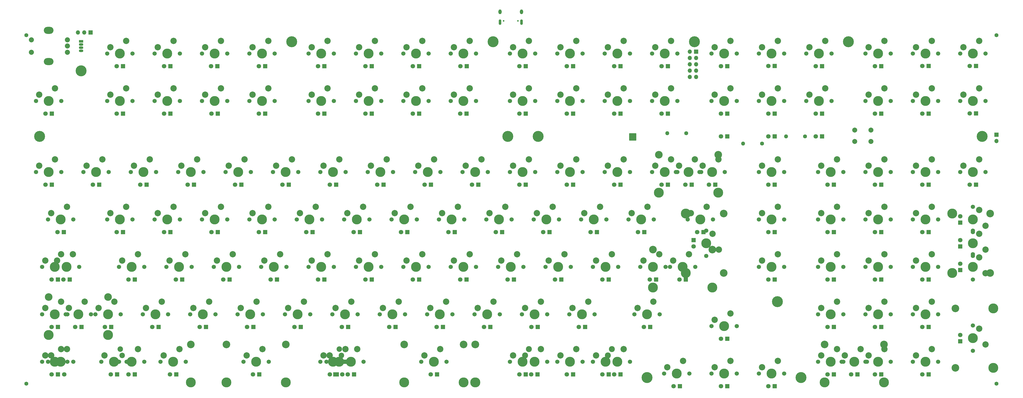
<source format=gbr>
G04 #@! TF.GenerationSoftware,KiCad,Pcbnew,(6.0.5)*
G04 #@! TF.CreationDate,2022-05-27T19:49:07-04:00*
G04 #@! TF.ProjectId,Boston-keyboard-V07J,426f7374-6f6e-42d6-9b65-79626f617264,rev?*
G04 #@! TF.SameCoordinates,Original*
G04 #@! TF.FileFunction,Soldermask,Top*
G04 #@! TF.FilePolarity,Negative*
%FSLAX46Y46*%
G04 Gerber Fmt 4.6, Leading zero omitted, Abs format (unit mm)*
G04 Created by KiCad (PCBNEW (6.0.5)) date 2022-05-27 19:49:07*
%MOMM*%
%LPD*%
G01*
G04 APERTURE LIST*
%ADD10R,1.800000X1.800000*%
%ADD11C,1.800000*%
%ADD12R,2.200000X1.800000*%
%ADD13C,4.400000*%
%ADD14C,1.600000*%
%ADD15O,1.600000X1.600000*%
%ADD16C,1.596000*%
%ADD17R,1.700000X1.700000*%
%ADD18O,1.700000X1.700000*%
%ADD19C,2.032000*%
%ADD20O,3.900000X2.799999*%
%ADD21R,1.800000X1.070000*%
%ADD22O,1.800000X1.070000*%
%ADD23C,3.987800*%
%ADD24C,1.701800*%
%ADD25C,2.540000*%
%ADD26C,3.048000*%
%ADD27C,2.400000*%
%ADD28C,2.200000*%
%ADD29C,0.650000*%
%ADD30O,1.300000X1.900000*%
%ADD31O,1.100000X2.200000*%
%ADD32C,2.000000*%
%ADD33O,5.000000X1.701800*%
%ADD34C,0.220000*%
G04 APERTURE END LIST*
D10*
X69657600Y-168280000D03*
D11*
X72197600Y-168280000D03*
D12*
X181420000Y-168280000D03*
D11*
X183960000Y-168280000D03*
D10*
X381595000Y-130180000D03*
D11*
X379055000Y-130180000D03*
D10*
X181570000Y-92080000D03*
D11*
X179030000Y-92080000D03*
D10*
X419695000Y-168280000D03*
D11*
X417155000Y-168280000D03*
D13*
X325556250Y-34675000D03*
D10*
X253007500Y-130180000D03*
D11*
X250467500Y-130180000D03*
D10*
X69657600Y-168280000D03*
D11*
X67117600Y-168280000D03*
D10*
X238720000Y-92080000D03*
D11*
X236180000Y-92080000D03*
D10*
X152995000Y-111130000D03*
D11*
X150455000Y-111130000D03*
D10*
X333970000Y-92080000D03*
D11*
X331430000Y-92080000D03*
D10*
X167282500Y-149230000D03*
D11*
X164742500Y-149230000D03*
D10*
X233957500Y-63505000D03*
D11*
X231417500Y-63505000D03*
D10*
X338732500Y-153992500D03*
D11*
X336192500Y-153992500D03*
D10*
X419695000Y-92080000D03*
D11*
X417155000Y-92080000D03*
D10*
X438745000Y-44429600D03*
D11*
X436205000Y-44429600D03*
D10*
X114895000Y-63505000D03*
D11*
X112355000Y-63505000D03*
D10*
X195857500Y-44455000D03*
D11*
X193317500Y-44455000D03*
D10*
X114895000Y-111130000D03*
D11*
X112355000Y-111130000D03*
D10*
X400645000Y-63530400D03*
D11*
X398105000Y-63530400D03*
D10*
X419695000Y-44429600D03*
D11*
X417155000Y-44429600D03*
D10*
X381595000Y-149230000D03*
D11*
X379055000Y-149230000D03*
D10*
X276820000Y-168280000D03*
D11*
X274280000Y-168280000D03*
D10*
X233995600Y-44455000D03*
D11*
X231455600Y-44455000D03*
D10*
X432395000Y-107320000D03*
D11*
X432395000Y-104780000D03*
D10*
X138707500Y-130180000D03*
D11*
X136167500Y-130180000D03*
D10*
X210145000Y-111130000D03*
D11*
X207605000Y-111130000D03*
D10*
X314915000Y-92062500D03*
D11*
X312375000Y-92062500D03*
D10*
X257770000Y-44455000D03*
D11*
X255230000Y-44455000D03*
D10*
X329207500Y-111130000D03*
D11*
X326667500Y-111130000D03*
D10*
X67270000Y-92080000D03*
D11*
X64730000Y-92080000D03*
D10*
X357782500Y-111130000D03*
D11*
X355242500Y-111130000D03*
D10*
X91082500Y-149230000D03*
D11*
X88542500Y-149230000D03*
D10*
X381595000Y-92080000D03*
D11*
X379055000Y-92080000D03*
D10*
X119657500Y-130180000D03*
D11*
X117117500Y-130180000D03*
D10*
X419695000Y-149230000D03*
D11*
X417155000Y-149230000D03*
D10*
X257770000Y-63505000D03*
D11*
X255230000Y-63505000D03*
D10*
X314920000Y-63500000D03*
D11*
X312380000Y-63500000D03*
D10*
X438745000Y-63479600D03*
D11*
X436205000Y-63479600D03*
D10*
X338732500Y-72712500D03*
D11*
X336192500Y-72712500D03*
D10*
X432395000Y-116845000D03*
D11*
X432395000Y-114305000D03*
D10*
X219670000Y-92080000D03*
D11*
X217130000Y-92080000D03*
D10*
X69651250Y-130180000D03*
D11*
X67111250Y-130180000D03*
D10*
X114895000Y-44455000D03*
D11*
X112355000Y-44455000D03*
D10*
X432395000Y-154945000D03*
D11*
X432395000Y-152405000D03*
D10*
X152995000Y-44455000D03*
D11*
X150455000Y-44455000D03*
D10*
X205382500Y-149230000D03*
D11*
X202842500Y-149230000D03*
D10*
X214907500Y-44455000D03*
D11*
X212367500Y-44455000D03*
D10*
X105370000Y-92080000D03*
D11*
X102830000Y-92080000D03*
D10*
X295870000Y-63505000D03*
D11*
X293330000Y-63505000D03*
D14*
X352700000Y-75600000D03*
D15*
X345080000Y-75600000D03*
D10*
X338745200Y-44455000D03*
D11*
X336205200Y-44455000D03*
D10*
X200620000Y-92080000D03*
D11*
X198080000Y-92080000D03*
D10*
X419695000Y-63530400D03*
D11*
X417155000Y-63530400D03*
D10*
X93463750Y-168280000D03*
D11*
X90923750Y-168280000D03*
D10*
X438745000Y-92080000D03*
D11*
X436205000Y-92080000D03*
D10*
X186332500Y-149230000D03*
D11*
X183792500Y-149230000D03*
D10*
X276820000Y-92080000D03*
D11*
X274280000Y-92080000D03*
D12*
X181570000Y-168280000D03*
D11*
X179030000Y-168280000D03*
D10*
X357782500Y-130180000D03*
D11*
X355242500Y-130180000D03*
D16*
X447000000Y-32000000D03*
D10*
X357782500Y-72712500D03*
D11*
X355242500Y-72712500D03*
D10*
X338732500Y-63500000D03*
D11*
X336192500Y-63500000D03*
D10*
X95845000Y-63505000D03*
D11*
X93305000Y-63505000D03*
D10*
X176807500Y-44455000D03*
D11*
X174267500Y-44455000D03*
D10*
X172045000Y-111130000D03*
D11*
X169505000Y-111130000D03*
D10*
X176807500Y-63505000D03*
D11*
X174267500Y-63505000D03*
D10*
X176807500Y-130180000D03*
D11*
X174267500Y-130180000D03*
D10*
X381595000Y-168280000D03*
D11*
X379055000Y-168280000D03*
D10*
X276820000Y-63505000D03*
D11*
X274280000Y-63505000D03*
D10*
X325238750Y-114305000D03*
D11*
X325238750Y-116845000D03*
D10*
X100594800Y-168305400D03*
D11*
X98054800Y-168305400D03*
D10*
X69651250Y-149230000D03*
D11*
X67111250Y-149230000D03*
D10*
X400645000Y-130180000D03*
D11*
X398105000Y-130180000D03*
D10*
X150609000Y-168262000D03*
D11*
X148069000Y-168262000D03*
D13*
X368418750Y-169531000D03*
D10*
X222060000Y-168265000D03*
D11*
X219520000Y-168265000D03*
D10*
X162520000Y-92080000D03*
D11*
X159980000Y-92080000D03*
D10*
X248245000Y-111130000D03*
D11*
X245705000Y-111130000D03*
D10*
X400645000Y-149230000D03*
D11*
X398105000Y-149230000D03*
D10*
X400645000Y-92080000D03*
D11*
X398105000Y-92080000D03*
D17*
X82825000Y-30950000D03*
D18*
X80285000Y-30950000D03*
X77745000Y-30950000D03*
D13*
X387468750Y-34675000D03*
D10*
X95845000Y-44455000D03*
D11*
X93305000Y-44455000D03*
D16*
X57000000Y-172000000D03*
D10*
X257770000Y-92080000D03*
D11*
X255230000Y-92080000D03*
D13*
X62300000Y-72712500D03*
D10*
X291094800Y-168280000D03*
D11*
X288554800Y-168280000D03*
D10*
X157757500Y-130180000D03*
D11*
X155217500Y-130180000D03*
D10*
X191095000Y-111130000D03*
D11*
X188555000Y-111130000D03*
D17*
X447000000Y-72000000D03*
D18*
X447000000Y-74540000D03*
D10*
X400645000Y-44480400D03*
D11*
X398105000Y-44480400D03*
D10*
X110132500Y-149230000D03*
D11*
X107592500Y-149230000D03*
D10*
X67270000Y-63530400D03*
D11*
X64730000Y-63530400D03*
D10*
X357800000Y-63500000D03*
D11*
X355260000Y-63500000D03*
D10*
X319682500Y-173042500D03*
D11*
X317142500Y-173042500D03*
D10*
X262519800Y-168254600D03*
D11*
X259979800Y-168254600D03*
D13*
X262700000Y-72712500D03*
D10*
X295870000Y-168280000D03*
D11*
X293330000Y-168280000D03*
D10*
X322063750Y-130180000D03*
D11*
X319523750Y-130180000D03*
D13*
X441174000Y-72712500D03*
D10*
X276820000Y-44455000D03*
D11*
X274280000Y-44455000D03*
D10*
X357782500Y-92080000D03*
D11*
X355242500Y-92080000D03*
D10*
X224432500Y-149230000D03*
D11*
X221892500Y-149230000D03*
D10*
X229195000Y-111130000D03*
D11*
X226655000Y-111130000D03*
D10*
X357782500Y-173042500D03*
D11*
X355242500Y-173042500D03*
D10*
X133818000Y-44455000D03*
D11*
X131278000Y-44455000D03*
D16*
X57000000Y-32000000D03*
D13*
X244593750Y-34675000D03*
D10*
X262532500Y-149230000D03*
D11*
X259992500Y-149230000D03*
D10*
X432395000Y-126370000D03*
D11*
X432395000Y-123830000D03*
D10*
X188707400Y-168280000D03*
D11*
X186167400Y-168280000D03*
D10*
X324445000Y-92080000D03*
D11*
X321905000Y-92080000D03*
D10*
X100607500Y-130180000D03*
D11*
X98067500Y-130180000D03*
D10*
X376832500Y-63500000D03*
D11*
X374292500Y-63500000D03*
D10*
X419695000Y-130180000D03*
D11*
X417155000Y-130180000D03*
D10*
X419695000Y-111130000D03*
D11*
X417155000Y-111130000D03*
D10*
X72032500Y-111130000D03*
D11*
X69492500Y-111130000D03*
D10*
X291107500Y-130180000D03*
D11*
X288567500Y-130180000D03*
D10*
X338732500Y-173042500D03*
D11*
X336192500Y-173042500D03*
D10*
X286345000Y-111130000D03*
D11*
X283805000Y-111130000D03*
D19*
X73500000Y-38875000D03*
X73500000Y-33875000D03*
X73500000Y-36375000D03*
D20*
X66000000Y-30125000D03*
X66000000Y-42625000D03*
D19*
X59000000Y-38875000D03*
X59000000Y-33875000D03*
D10*
X307776250Y-149230000D03*
D11*
X305236250Y-149230000D03*
D10*
X152995000Y-63505000D03*
D11*
X150455000Y-63505000D03*
D10*
X272057500Y-130180000D03*
D11*
X269517500Y-130180000D03*
D10*
X124420000Y-92080000D03*
D11*
X121880000Y-92080000D03*
D13*
X306506250Y-169530000D03*
D10*
X233957500Y-130180000D03*
D11*
X231417500Y-130180000D03*
D10*
X117282600Y-168280000D03*
D11*
X114742600Y-168280000D03*
D10*
X314920000Y-44455000D03*
D11*
X312380000Y-44455000D03*
D10*
X257770000Y-168280000D03*
D11*
X255230000Y-168280000D03*
D10*
X133945000Y-63505000D03*
D11*
X131405000Y-63505000D03*
D13*
X163631250Y-34675000D03*
D10*
X129182500Y-149230000D03*
D11*
X126642500Y-149230000D03*
D13*
X79000000Y-46375000D03*
D10*
X305395000Y-111130000D03*
D11*
X302855000Y-111130000D03*
D10*
X295870000Y-44455000D03*
D11*
X293330000Y-44455000D03*
D14*
X370000000Y-72700000D03*
D15*
X362380000Y-72700000D03*
D10*
X214907500Y-130180000D03*
D11*
X212367500Y-130180000D03*
D10*
X79176250Y-149230000D03*
D11*
X76636250Y-149230000D03*
D13*
X358894000Y-139100000D03*
D10*
X400645000Y-168280000D03*
D11*
X398105000Y-168280000D03*
D10*
X281582500Y-149230000D03*
D11*
X279042500Y-149230000D03*
D10*
X357782500Y-44429600D03*
D11*
X355242500Y-44429600D03*
D10*
X143470000Y-92080000D03*
D11*
X140930000Y-92080000D03*
D10*
X391120000Y-168280000D03*
D11*
X388580000Y-168280000D03*
D10*
X310157500Y-130180000D03*
D11*
X307617500Y-130180000D03*
D10*
X295870000Y-92080000D03*
D11*
X293330000Y-92080000D03*
D10*
X95845000Y-111130000D03*
D11*
X93305000Y-111130000D03*
D17*
X326250000Y-38675000D03*
D18*
X323710000Y-38675000D03*
X326250000Y-41215000D03*
X323710000Y-41215000D03*
X326250000Y-43755000D03*
X323710000Y-43755000D03*
X326250000Y-46295000D03*
X323710000Y-46295000D03*
X326250000Y-48835000D03*
X323710000Y-48835000D03*
D21*
X79000000Y-34470000D03*
D22*
X79000000Y-35740000D03*
X79000000Y-37010000D03*
X79000000Y-38280000D03*
D10*
X74413750Y-130180000D03*
D11*
X71873750Y-130180000D03*
D10*
X214907500Y-63505000D03*
D11*
X212367500Y-63505000D03*
D10*
X376832500Y-72712500D03*
D11*
X374292500Y-72712500D03*
D14*
X322220000Y-71400000D03*
D15*
X314600000Y-71400000D03*
D10*
X376832500Y-44480400D03*
D11*
X374292500Y-44480400D03*
D10*
X86320000Y-92080000D03*
D11*
X83780000Y-92080000D03*
D10*
X267295000Y-111130000D03*
D11*
X264755000Y-111130000D03*
D10*
X243482500Y-149230000D03*
D11*
X240942500Y-149230000D03*
D10*
X133945000Y-111130000D03*
D11*
X131405000Y-111130000D03*
D13*
X250500000Y-72712500D03*
D10*
X195857500Y-130180000D03*
D11*
X193317500Y-130180000D03*
D10*
X381595000Y-111130000D03*
D11*
X379055000Y-111130000D03*
D16*
X447000000Y-172000000D03*
D10*
X148232500Y-149230000D03*
D11*
X145692500Y-149230000D03*
D10*
X195857500Y-63505000D03*
D11*
X193317500Y-63505000D03*
D10*
X400645000Y-111130000D03*
D11*
X398105000Y-111130000D03*
D23*
X275550000Y-87000000D03*
D24*
X280630000Y-87000000D03*
X270470000Y-87000000D03*
D25*
X278090000Y-81920000D03*
X271740000Y-84460000D03*
D26*
X401788000Y-156215000D03*
D23*
X401788000Y-171455000D03*
D26*
X377912000Y-156215000D03*
D24*
X394930000Y-163200000D03*
X384770000Y-163200000D03*
D23*
X377912000Y-171455000D03*
X389850000Y-163200000D03*
D25*
X392390000Y-158120000D03*
X386040000Y-160660000D03*
D24*
X256817500Y-125100000D03*
D23*
X251737500Y-125100000D03*
D24*
X246657500Y-125100000D03*
D25*
X254277500Y-120020000D03*
X247927500Y-122560000D03*
D24*
X413345000Y-163200000D03*
X423505000Y-163200000D03*
D23*
X418425000Y-163200000D03*
D25*
X420965000Y-158120000D03*
X414615000Y-160660000D03*
D24*
X261580000Y-163200000D03*
D23*
X256500000Y-163200000D03*
D24*
X251420000Y-163200000D03*
D27*
X259040000Y-158120000D03*
D25*
X252690000Y-160660000D03*
D24*
X99655000Y-58425000D03*
X89495000Y-58425000D03*
D23*
X94575000Y-58425000D03*
D25*
X97115000Y-53345000D03*
X90765000Y-55885000D03*
D24*
X299045000Y-106050000D03*
X309205000Y-106050000D03*
D23*
X304125000Y-106050000D03*
D25*
X306665000Y-100970000D03*
X300315000Y-103510000D03*
D24*
X218717500Y-39375000D03*
D23*
X213637500Y-39375000D03*
D24*
X208557500Y-39375000D03*
D25*
X216177500Y-34295000D03*
X209827500Y-36835000D03*
D24*
X437475000Y-111130000D03*
D23*
X437475000Y-106050000D03*
D24*
X437475000Y-100970000D03*
D25*
X442555000Y-108590000D03*
X440015000Y-102240000D03*
D24*
X342542500Y-58425000D03*
X332382500Y-58425000D03*
D23*
X337462500Y-58425000D03*
D25*
X340002500Y-53345000D03*
X333652500Y-55885000D03*
D24*
X351432500Y-125100000D03*
D23*
X356512500Y-125100000D03*
D24*
X361592500Y-125100000D03*
D25*
X359052500Y-120020000D03*
X352702500Y-122560000D03*
D24*
X351432500Y-106050000D03*
X361592500Y-106050000D03*
D23*
X356512500Y-106050000D03*
D25*
X359052500Y-100970000D03*
X352702500Y-103510000D03*
D23*
X418425000Y-125100000D03*
D24*
X423505000Y-125100000D03*
X413345000Y-125100000D03*
D25*
X420965000Y-120020000D03*
X414615000Y-122560000D03*
D24*
X97273750Y-163200000D03*
D23*
X92193750Y-163200000D03*
D24*
X87113750Y-163200000D03*
D28*
X94733750Y-158120000D03*
D25*
X88383750Y-160660000D03*
D23*
X89844250Y-152405000D03*
D24*
X72826250Y-144150000D03*
D26*
X89844250Y-137165000D03*
D24*
X82986250Y-144150000D03*
D26*
X65968250Y-137165000D03*
D23*
X77906250Y-144150000D03*
X65968250Y-152405000D03*
D25*
X80446250Y-139070000D03*
X74096250Y-141610000D03*
D24*
X142517500Y-125100000D03*
D23*
X137437500Y-125100000D03*
D24*
X132357500Y-125100000D03*
D25*
X139977500Y-120020000D03*
X133627500Y-122560000D03*
D23*
X294600000Y-39375000D03*
D24*
X299680000Y-39375000D03*
X289520000Y-39375000D03*
D25*
X297140000Y-34295000D03*
X290790000Y-36835000D03*
D23*
X327937500Y-106050000D03*
D24*
X322857500Y-106050000D03*
X333017500Y-106050000D03*
D25*
X330477500Y-100970000D03*
X324127500Y-103510000D03*
D23*
X127912500Y-144150000D03*
D24*
X132992500Y-144150000D03*
X122832500Y-144150000D03*
D25*
X130452500Y-139070000D03*
X124102500Y-141610000D03*
D23*
X261262500Y-144150000D03*
D24*
X266342500Y-144150000D03*
X256182500Y-144150000D03*
D25*
X263802500Y-139070000D03*
X257452500Y-141610000D03*
D23*
X68381250Y-144150000D03*
D24*
X63301250Y-144150000D03*
X73461250Y-144150000D03*
D25*
X70921250Y-139070000D03*
X64571250Y-141610000D03*
D24*
X208557500Y-125100000D03*
X218717500Y-125100000D03*
D23*
X213637500Y-125100000D03*
D25*
X216177500Y-120020000D03*
X209827500Y-122560000D03*
D23*
X180300000Y-87000000D03*
D24*
X175220000Y-87000000D03*
X185380000Y-87000000D03*
D25*
X182840000Y-81920000D03*
X176490000Y-84460000D03*
D23*
X332731964Y-133355000D03*
X308855964Y-133355000D03*
D24*
X325873964Y-125100000D03*
X315713964Y-125100000D03*
D26*
X332731964Y-118115000D03*
D23*
X320793964Y-125100000D03*
D26*
X308855964Y-118115000D03*
D25*
X323333964Y-120020000D03*
X316983964Y-122560000D03*
D24*
X289520000Y-87000000D03*
D23*
X294600000Y-87000000D03*
D24*
X299680000Y-87000000D03*
D25*
X297140000Y-81920000D03*
X290790000Y-84460000D03*
D23*
X151725000Y-58425000D03*
D24*
X156805000Y-58425000D03*
X146645000Y-58425000D03*
D25*
X154265000Y-53345000D03*
X147915000Y-55885000D03*
D24*
X199667500Y-125100000D03*
D23*
X194587500Y-125100000D03*
D24*
X189507500Y-125100000D03*
D25*
X197127500Y-120020000D03*
X190777500Y-122560000D03*
D24*
X251420160Y-39375000D03*
X261580160Y-39375000D03*
D23*
X256500160Y-39375000D03*
D25*
X259040160Y-34295000D03*
X252690160Y-36835000D03*
D23*
X218400000Y-87000000D03*
D24*
X223480000Y-87000000D03*
X213320000Y-87000000D03*
D25*
X220940000Y-81920000D03*
X214590000Y-84460000D03*
D24*
X442555000Y-87000000D03*
D23*
X437475000Y-87000000D03*
D24*
X432395000Y-87000000D03*
D25*
X440015000Y-81920000D03*
X433665000Y-84460000D03*
D24*
X108545000Y-106050000D03*
D23*
X113625000Y-106050000D03*
D24*
X118705000Y-106050000D03*
D25*
X116165000Y-100970000D03*
X109815000Y-103510000D03*
D24*
X284757500Y-163200000D03*
X294917500Y-163200000D03*
D23*
X289837500Y-163200000D03*
D27*
X292377500Y-158120000D03*
D25*
X286027500Y-160660000D03*
D23*
X189825000Y-106050000D03*
D24*
X194905000Y-106050000D03*
X184745000Y-106050000D03*
D25*
X192365000Y-100970000D03*
X186015000Y-103510000D03*
D24*
X113942500Y-144150000D03*
X103782500Y-144150000D03*
D23*
X108862500Y-144150000D03*
D25*
X111402500Y-139070000D03*
X105052500Y-141610000D03*
D24*
X404455000Y-144150000D03*
D23*
X399375000Y-144150000D03*
D24*
X394295000Y-144150000D03*
D25*
X401915000Y-139070000D03*
X395565000Y-141610000D03*
D24*
X179982500Y-144150000D03*
D23*
X185062500Y-144150000D03*
D24*
X190142500Y-144150000D03*
D25*
X187602500Y-139070000D03*
X181252500Y-141610000D03*
D24*
X79970000Y-87000000D03*
X90130000Y-87000000D03*
D23*
X85050000Y-87000000D03*
D25*
X87590000Y-81920000D03*
X81240000Y-84460000D03*
D24*
X318730000Y-87000000D03*
D23*
X313650000Y-87000000D03*
D24*
X308570000Y-87000000D03*
D25*
X316190000Y-81920000D03*
X309840000Y-84460000D03*
D24*
X128230000Y-87000000D03*
D23*
X123150000Y-87000000D03*
D24*
X118070000Y-87000000D03*
D25*
X125690000Y-81920000D03*
X119340000Y-84460000D03*
D24*
X413345000Y-87000000D03*
X423505000Y-87000000D03*
D23*
X418425000Y-87000000D03*
D25*
X420965000Y-81920000D03*
X414615000Y-84460000D03*
D23*
X437475000Y-58425000D03*
D24*
X432395000Y-58425000D03*
X442555000Y-58425000D03*
D25*
X440015000Y-53345000D03*
X433665000Y-55885000D03*
D24*
X199667606Y-39375000D03*
D23*
X194587606Y-39375000D03*
D24*
X189507606Y-39375000D03*
D25*
X197127606Y-34295000D03*
X190777606Y-36835000D03*
D24*
X404455000Y-39375000D03*
D23*
X399375000Y-39375000D03*
D24*
X394295000Y-39375000D03*
D25*
X401915000Y-34295000D03*
X395565000Y-36835000D03*
D24*
X385405000Y-163200000D03*
X375245000Y-163200000D03*
D23*
X380325000Y-163200000D03*
D25*
X382865000Y-158120000D03*
X376515000Y-160660000D03*
D23*
X151725000Y-39375000D03*
D24*
X156805000Y-39375000D03*
X146645000Y-39375000D03*
D25*
X154265000Y-34295000D03*
X147915000Y-36835000D03*
D23*
X270787500Y-125100000D03*
D24*
X275867500Y-125100000D03*
X265707500Y-125100000D03*
D25*
X273327500Y-120020000D03*
X266977500Y-122560000D03*
D24*
X237767500Y-58425000D03*
X227607500Y-58425000D03*
D23*
X232687500Y-58425000D03*
D25*
X235227500Y-53345000D03*
X228877500Y-55885000D03*
D29*
X254627000Y-26249000D03*
X248847000Y-26249000D03*
D30*
X256037000Y-22600000D03*
D31*
X247437000Y-26800000D03*
D30*
X247437000Y-22600000D03*
D31*
X256037000Y-26800000D03*
D23*
X399375000Y-125100000D03*
D24*
X404455000Y-125100000D03*
X394295000Y-125100000D03*
D25*
X401915000Y-120020000D03*
X395565000Y-122560000D03*
D23*
X275550000Y-39375000D03*
D24*
X280630000Y-39375000D03*
X270470000Y-39375000D03*
D25*
X278090000Y-34295000D03*
X271740000Y-36835000D03*
D23*
X337462500Y-148912500D03*
D24*
X342542500Y-148912500D03*
X332382500Y-148912500D03*
D25*
X340002500Y-143832500D03*
X333652500Y-146372500D03*
D24*
X209192500Y-144150000D03*
D23*
X204112500Y-144150000D03*
D24*
X199032500Y-144150000D03*
D25*
X206652500Y-139070000D03*
X200302500Y-141610000D03*
D26*
X208843250Y-156215000D03*
X232719250Y-156215000D03*
D24*
X225861250Y-163200000D03*
D23*
X208843250Y-171455000D03*
X220781250Y-163200000D03*
D24*
X215701250Y-163200000D03*
D23*
X232719250Y-171455000D03*
D25*
X223321250Y-158120000D03*
X216971250Y-160660000D03*
D26*
X337303750Y-127513000D03*
D23*
X330318750Y-115575000D03*
D26*
X337303750Y-103637000D03*
D23*
X322063750Y-127513000D03*
D24*
X330318750Y-120655000D03*
X330318750Y-110495000D03*
D23*
X322063750Y-103637000D03*
D25*
X335398750Y-118115000D03*
X332858750Y-111765000D03*
D24*
X170457500Y-58425000D03*
D23*
X175537500Y-58425000D03*
D24*
X180617500Y-58425000D03*
D25*
X178077500Y-53345000D03*
X171727500Y-55885000D03*
D24*
X437475000Y-120020000D03*
D23*
X437475000Y-125100000D03*
D24*
X437475000Y-130180000D03*
D25*
X442555000Y-127640000D03*
X440015000Y-121290000D03*
D24*
X327620000Y-87000000D03*
D23*
X332700000Y-87000000D03*
D24*
X337780000Y-87000000D03*
D25*
X335240000Y-81920000D03*
X328890000Y-84460000D03*
D24*
X187761250Y-163200000D03*
D23*
X182681250Y-163200000D03*
D24*
X177601250Y-163200000D03*
D25*
X185221250Y-158120000D03*
X178871250Y-160660000D03*
D24*
X170457590Y-39375000D03*
D23*
X175537590Y-39375000D03*
D24*
X180617590Y-39375000D03*
D25*
X178077590Y-34295000D03*
X171727590Y-36835000D03*
D23*
X285075000Y-106050000D03*
D24*
X290155000Y-106050000D03*
X279995000Y-106050000D03*
D25*
X287615000Y-100970000D03*
X281265000Y-103510000D03*
D24*
X394295000Y-106050000D03*
D23*
X399375000Y-106050000D03*
D24*
X404455000Y-106050000D03*
D25*
X401915000Y-100970000D03*
X395565000Y-103510000D03*
D24*
X118705000Y-39375000D03*
D23*
X113625000Y-39375000D03*
D24*
X108545000Y-39375000D03*
D25*
X116165000Y-34295000D03*
X109815000Y-36835000D03*
D24*
X227607500Y-125100000D03*
X237767500Y-125100000D03*
D23*
X232687500Y-125100000D03*
D25*
X235227500Y-120020000D03*
X228877500Y-122560000D03*
D24*
X127595000Y-106050000D03*
X137755000Y-106050000D03*
D23*
X132675000Y-106050000D03*
D25*
X135215000Y-100970000D03*
X128865000Y-103510000D03*
D24*
X189507500Y-58425000D03*
X199667500Y-58425000D03*
D23*
X194587500Y-58425000D03*
D25*
X197127500Y-53345000D03*
X190777500Y-55885000D03*
D32*
X396500000Y-70170000D03*
X390000000Y-70170000D03*
X390000000Y-74670000D03*
X396500000Y-74670000D03*
D23*
X137405750Y-171455000D03*
D24*
X154423750Y-163200000D03*
D23*
X161281750Y-171455000D03*
D26*
X137405750Y-156215000D03*
X161281750Y-156215000D03*
D23*
X149343750Y-163200000D03*
D24*
X144263750Y-163200000D03*
D25*
X151883750Y-158120000D03*
X145533750Y-160660000D03*
D23*
X237450000Y-171455000D03*
D33*
X185380000Y-163200000D03*
D24*
X175220000Y-163200000D03*
D26*
X123150000Y-156215000D03*
D23*
X180300000Y-163200000D03*
D26*
X237450000Y-156215000D03*
D23*
X123150000Y-171455000D03*
D28*
X182840000Y-158120000D03*
D25*
X176490000Y-160660000D03*
D24*
X394295000Y-163200000D03*
X404455000Y-163200000D03*
D23*
X399375000Y-163200000D03*
D25*
X401915000Y-158120000D03*
X395565000Y-160660000D03*
D24*
X160932500Y-144150000D03*
X171092500Y-144150000D03*
D23*
X166012500Y-144150000D03*
D25*
X168552500Y-139070000D03*
X162202500Y-141610000D03*
D23*
X337462500Y-167962500D03*
D24*
X332382500Y-167962500D03*
X342542500Y-167962500D03*
D25*
X340002500Y-162882500D03*
X333652500Y-165422500D03*
D24*
X65682500Y-106050000D03*
D23*
X70762500Y-106050000D03*
D24*
X75842500Y-106050000D03*
D25*
X73302500Y-100970000D03*
X66952500Y-103510000D03*
D24*
X89495000Y-106050000D03*
X99655000Y-106050000D03*
D23*
X94575000Y-106050000D03*
D25*
X97115000Y-100970000D03*
X90765000Y-103510000D03*
D23*
X66000000Y-58425000D03*
D24*
X71080000Y-58425000D03*
X60920000Y-58425000D03*
D25*
X68540000Y-53345000D03*
X62190000Y-55885000D03*
D24*
X308570000Y-39375000D03*
D23*
X313650000Y-39375000D03*
D24*
X318730000Y-39375000D03*
D25*
X316190000Y-34295000D03*
X309840000Y-36835000D03*
D24*
X361592500Y-167962500D03*
X351432500Y-167962500D03*
D23*
X356512500Y-167962500D03*
D25*
X359052500Y-162882500D03*
X352702500Y-165422500D03*
D23*
X256500000Y-87000000D03*
D24*
X261580000Y-87000000D03*
X251420000Y-87000000D03*
D25*
X259040000Y-81920000D03*
X252690000Y-84460000D03*
D23*
X94575000Y-39375000D03*
D24*
X89495000Y-39375000D03*
X99655000Y-39375000D03*
D25*
X97115000Y-34295000D03*
X90765000Y-36835000D03*
D23*
X142200000Y-87000000D03*
D24*
X147280000Y-87000000D03*
X137120000Y-87000000D03*
D25*
X144740000Y-81920000D03*
X138390000Y-84460000D03*
D24*
X437475000Y-120655000D03*
D23*
X429220000Y-103637000D03*
D24*
X437475000Y-110495000D03*
D23*
X437475000Y-115575000D03*
D26*
X444460000Y-103637000D03*
X444460000Y-127513000D03*
D23*
X429220000Y-127513000D03*
D25*
X442555000Y-118115000D03*
X440015000Y-111765000D03*
D23*
X356512500Y-58425000D03*
D24*
X361592500Y-58425000D03*
X351432500Y-58425000D03*
D25*
X359052500Y-53345000D03*
X352702500Y-55885000D03*
D23*
X223162500Y-144150000D03*
D24*
X228242500Y-144150000D03*
X218082500Y-144150000D03*
D25*
X225702500Y-139070000D03*
X219352500Y-141610000D03*
D24*
X351432500Y-39375000D03*
D23*
X356512500Y-39375000D03*
D24*
X361592500Y-39375000D03*
D25*
X359052500Y-34295000D03*
X352702500Y-36835000D03*
D24*
X63301250Y-125100000D03*
X73461250Y-125100000D03*
D23*
X68381250Y-125100000D03*
D25*
X70921250Y-120020000D03*
X64571250Y-122560000D03*
D23*
X275550000Y-163200000D03*
D24*
X270470000Y-163200000D03*
X280630000Y-163200000D03*
D25*
X278090000Y-158120000D03*
X271740000Y-160660000D03*
D24*
X75842500Y-163200000D03*
D23*
X70762500Y-163200000D03*
D24*
X65682500Y-163200000D03*
D25*
X73302500Y-158120000D03*
X66952500Y-160660000D03*
D24*
X121086250Y-163200000D03*
D23*
X116006250Y-163200000D03*
D24*
X110926250Y-163200000D03*
D25*
X118546250Y-158120000D03*
X112196250Y-160660000D03*
D23*
X375562500Y-39375000D03*
D24*
X380642500Y-39375000D03*
X370482500Y-39375000D03*
D25*
X378102500Y-34295000D03*
X371752500Y-36835000D03*
D23*
X437475000Y-39375000D03*
D24*
X432395000Y-39375000D03*
X442555000Y-39375000D03*
D25*
X440015000Y-34295000D03*
X433665000Y-36835000D03*
D24*
X313967500Y-125100000D03*
D23*
X308887500Y-125100000D03*
D24*
X303807500Y-125100000D03*
D25*
X311427500Y-120020000D03*
X305077500Y-122560000D03*
D23*
X399375000Y-87000000D03*
D24*
X394295000Y-87000000D03*
X404455000Y-87000000D03*
D25*
X401915000Y-81920000D03*
X395565000Y-84460000D03*
D24*
X137755000Y-39375000D03*
D23*
X132675000Y-39375000D03*
D24*
X127595000Y-39375000D03*
D25*
X135215000Y-34295000D03*
X128865000Y-36835000D03*
D24*
X84732500Y-144150000D03*
D23*
X89812500Y-144150000D03*
D24*
X94892500Y-144150000D03*
D25*
X92352500Y-139070000D03*
X86002500Y-141610000D03*
D24*
X242530000Y-87000000D03*
X232370000Y-87000000D03*
D23*
X237450000Y-87000000D03*
D25*
X239990000Y-81920000D03*
X233640000Y-84460000D03*
D24*
X342542500Y-39375000D03*
D23*
X337462500Y-39375000D03*
D24*
X332382500Y-39375000D03*
D25*
X340002500Y-34295000D03*
X333652500Y-36835000D03*
D24*
X152042500Y-144150000D03*
D23*
X146962500Y-144150000D03*
D24*
X141882500Y-144150000D03*
D25*
X149502500Y-139070000D03*
X143152500Y-141610000D03*
D24*
X423505000Y-144150000D03*
D23*
X418425000Y-144150000D03*
D24*
X413345000Y-144150000D03*
D25*
X420965000Y-139070000D03*
X414615000Y-141610000D03*
D24*
X99020000Y-87000000D03*
D23*
X104100000Y-87000000D03*
D24*
X109180000Y-87000000D03*
D25*
X106640000Y-81920000D03*
X100290000Y-84460000D03*
D24*
X71080000Y-87000000D03*
X60920000Y-87000000D03*
D23*
X66000000Y-87000000D03*
D25*
X68540000Y-81920000D03*
X62190000Y-84460000D03*
D24*
X68063750Y-125100000D03*
D23*
X73143750Y-125100000D03*
D24*
X78223750Y-125100000D03*
D25*
X75683750Y-120020000D03*
X69333750Y-122560000D03*
D23*
X156487500Y-125100000D03*
D24*
X151407500Y-125100000D03*
X161567500Y-125100000D03*
D25*
X159027500Y-120020000D03*
X152677500Y-122560000D03*
D24*
X280630000Y-58425000D03*
X270470000Y-58425000D03*
D23*
X275550000Y-58425000D03*
D25*
X278090000Y-53345000D03*
X271740000Y-55885000D03*
D24*
X170457500Y-125100000D03*
X180617500Y-125100000D03*
D23*
X175537500Y-125100000D03*
D25*
X178077500Y-120020000D03*
X171727500Y-122560000D03*
D24*
X423505000Y-106050000D03*
D23*
X418425000Y-106050000D03*
D24*
X413345000Y-106050000D03*
D25*
X420965000Y-100970000D03*
X414615000Y-103510000D03*
D24*
X247292500Y-144150000D03*
D23*
X242212500Y-144150000D03*
D24*
X237132500Y-144150000D03*
D25*
X244752500Y-139070000D03*
X238402500Y-141610000D03*
D24*
X118705000Y-58425000D03*
X108545000Y-58425000D03*
D23*
X113625000Y-58425000D03*
D25*
X116165000Y-53345000D03*
X109815000Y-55885000D03*
D24*
X256182500Y-163200000D03*
D23*
X261262500Y-163200000D03*
D24*
X266342500Y-163200000D03*
D25*
X263802500Y-158120000D03*
D27*
X257452500Y-160660000D03*
D24*
X156805000Y-106050000D03*
X146645000Y-106050000D03*
D23*
X151725000Y-106050000D03*
D25*
X154265000Y-100970000D03*
X147915000Y-103510000D03*
D23*
X380325000Y-106050000D03*
D24*
X375245000Y-106050000D03*
X385405000Y-106050000D03*
D25*
X382865000Y-100970000D03*
X376515000Y-103510000D03*
D24*
X251420000Y-58425000D03*
X261580000Y-58425000D03*
D23*
X256500000Y-58425000D03*
D25*
X259040000Y-53345000D03*
X252690000Y-55885000D03*
D24*
X318730000Y-58425000D03*
X308570000Y-58425000D03*
D23*
X313650000Y-58425000D03*
D25*
X316190000Y-53345000D03*
X309840000Y-55885000D03*
D24*
X237767500Y-39375000D03*
X227607500Y-39375000D03*
D23*
X232687500Y-39375000D03*
D25*
X235227500Y-34295000D03*
X228877500Y-36835000D03*
D23*
X380325000Y-125100000D03*
D24*
X385405000Y-125100000D03*
X375245000Y-125100000D03*
D25*
X382865000Y-120020000D03*
X376515000Y-122560000D03*
D24*
X299680000Y-58425000D03*
D23*
X294600000Y-58425000D03*
D24*
X289520000Y-58425000D03*
D25*
X297140000Y-53345000D03*
X290790000Y-55885000D03*
D24*
X260945000Y-106050000D03*
D23*
X266025000Y-106050000D03*
D24*
X271105000Y-106050000D03*
D25*
X268565000Y-100970000D03*
X262215000Y-103510000D03*
D24*
X284757500Y-125100000D03*
X294917500Y-125100000D03*
D23*
X289837500Y-125100000D03*
D25*
X292377500Y-120020000D03*
X286027500Y-122560000D03*
D23*
X161250000Y-87000000D03*
D24*
X166330000Y-87000000D03*
X156170000Y-87000000D03*
D25*
X163790000Y-81920000D03*
X157440000Y-84460000D03*
D23*
X99337500Y-125100000D03*
D24*
X104417500Y-125100000D03*
X94257500Y-125100000D03*
D25*
X101877500Y-120020000D03*
X95527500Y-122560000D03*
D23*
X375562500Y-58425000D03*
D24*
X380642500Y-58425000D03*
X370482500Y-58425000D03*
D25*
X378102500Y-53345000D03*
X371752500Y-55885000D03*
D24*
X113307500Y-125100000D03*
D23*
X118387500Y-125100000D03*
D24*
X123467500Y-125100000D03*
D25*
X120927500Y-120020000D03*
X114577500Y-122560000D03*
D24*
X252055000Y-106050000D03*
X241895000Y-106050000D03*
D23*
X246975000Y-106050000D03*
D25*
X249515000Y-100970000D03*
X243165000Y-103510000D03*
D23*
X380325000Y-144150000D03*
D24*
X385405000Y-144150000D03*
X375245000Y-144150000D03*
D25*
X382865000Y-139070000D03*
X376515000Y-141610000D03*
D24*
X413345000Y-39375000D03*
D23*
X418425000Y-39375000D03*
D24*
X423505000Y-39375000D03*
D25*
X420965000Y-34295000D03*
X414615000Y-36835000D03*
D23*
X99337500Y-163200000D03*
D24*
X94257500Y-163200000D03*
X104417500Y-163200000D03*
D25*
X101877500Y-158120000D03*
D28*
X95527500Y-160660000D03*
D24*
X208557500Y-58425000D03*
X218717500Y-58425000D03*
D23*
X213637500Y-58425000D03*
D25*
X216177500Y-53345000D03*
X209827500Y-55885000D03*
D24*
X311586250Y-144150000D03*
X301426250Y-144150000D03*
D23*
X306506250Y-144150000D03*
D25*
X309046250Y-139070000D03*
X302696250Y-141610000D03*
D23*
X132675000Y-58425000D03*
D24*
X137755000Y-58425000D03*
X127595000Y-58425000D03*
D25*
X135215000Y-53345000D03*
X128865000Y-55885000D03*
D24*
X275232500Y-144150000D03*
X285392500Y-144150000D03*
D23*
X280312500Y-144150000D03*
D25*
X282852500Y-139070000D03*
X276502500Y-141610000D03*
D24*
X328255000Y-87000000D03*
D26*
X311237000Y-80015000D03*
D23*
X311237000Y-95255000D03*
D26*
X335113000Y-80015000D03*
D23*
X323175000Y-87000000D03*
D24*
X318095000Y-87000000D03*
D23*
X335113000Y-95255000D03*
D25*
X325715000Y-81920000D03*
X319365000Y-84460000D03*
D24*
X394295000Y-58425000D03*
X404455000Y-58425000D03*
D23*
X399375000Y-58425000D03*
D25*
X401915000Y-53345000D03*
X395565000Y-55885000D03*
D24*
X203795000Y-106050000D03*
D23*
X208875000Y-106050000D03*
D24*
X213955000Y-106050000D03*
D25*
X211415000Y-100970000D03*
X205065000Y-103510000D03*
D23*
X380325000Y-87000000D03*
D24*
X375245000Y-87000000D03*
X385405000Y-87000000D03*
D25*
X382865000Y-81920000D03*
X376515000Y-84460000D03*
D23*
X237481750Y-171455000D03*
D26*
X137405750Y-156215000D03*
D23*
X187443750Y-163200000D03*
D24*
X182363750Y-163200000D03*
D26*
X237481750Y-156215000D03*
D23*
X137405750Y-171455000D03*
D24*
X192523750Y-163200000D03*
D25*
X189983750Y-158120000D03*
D28*
X183633750Y-160660000D03*
D23*
X318412500Y-167962500D03*
D24*
X323492500Y-167962500D03*
X313332500Y-167962500D03*
D25*
X320952500Y-162882500D03*
X314602500Y-165422500D03*
D24*
X437475000Y-158755000D03*
D23*
X445730000Y-141737000D03*
D24*
X437475000Y-148595000D03*
D23*
X437475000Y-153675000D03*
D26*
X430490000Y-165613000D03*
X430490000Y-141737000D03*
D23*
X445730000Y-165613000D03*
D25*
X442555000Y-156215000D03*
X440015000Y-149865000D03*
D24*
X63301250Y-163200000D03*
D23*
X68381250Y-163200000D03*
D24*
X73461250Y-163200000D03*
D25*
X70921250Y-158120000D03*
X64571250Y-160660000D03*
D24*
X351432500Y-87000000D03*
X361592500Y-87000000D03*
D23*
X356512500Y-87000000D03*
D25*
X359052500Y-81920000D03*
X352702500Y-84460000D03*
D23*
X199350000Y-87000000D03*
D24*
X194270000Y-87000000D03*
X204430000Y-87000000D03*
D25*
X201890000Y-81920000D03*
X195540000Y-84460000D03*
D24*
X423505000Y-58425000D03*
X413345000Y-58425000D03*
D23*
X418425000Y-58425000D03*
D25*
X420965000Y-53345000D03*
X414615000Y-55885000D03*
D24*
X299680000Y-163200000D03*
X289520000Y-163200000D03*
D23*
X294600000Y-163200000D03*
D25*
X297140000Y-158120000D03*
D27*
X290790000Y-160660000D03*
D24*
X175855000Y-106050000D03*
D23*
X170775000Y-106050000D03*
D24*
X165695000Y-106050000D03*
D25*
X173315000Y-100970000D03*
X166965000Y-103510000D03*
D24*
X222845000Y-106050000D03*
X233005000Y-106050000D03*
D23*
X227925000Y-106050000D03*
D25*
X230465000Y-100970000D03*
X224115000Y-103510000D03*
D34*
X301991000Y-74216000D02*
X299409000Y-74216000D01*
X299409000Y-71534000D01*
X301991000Y-71534000D01*
X301991000Y-74216000D01*
X301991000Y-74216000D02*
X301991000Y-71534000D01*
G36*
X301991000Y-74216000D02*
G01*
X299409000Y-74216000D01*
X299409000Y-71534000D01*
X301991000Y-71534000D01*
X301991000Y-74216000D01*
G37*
M02*

</source>
